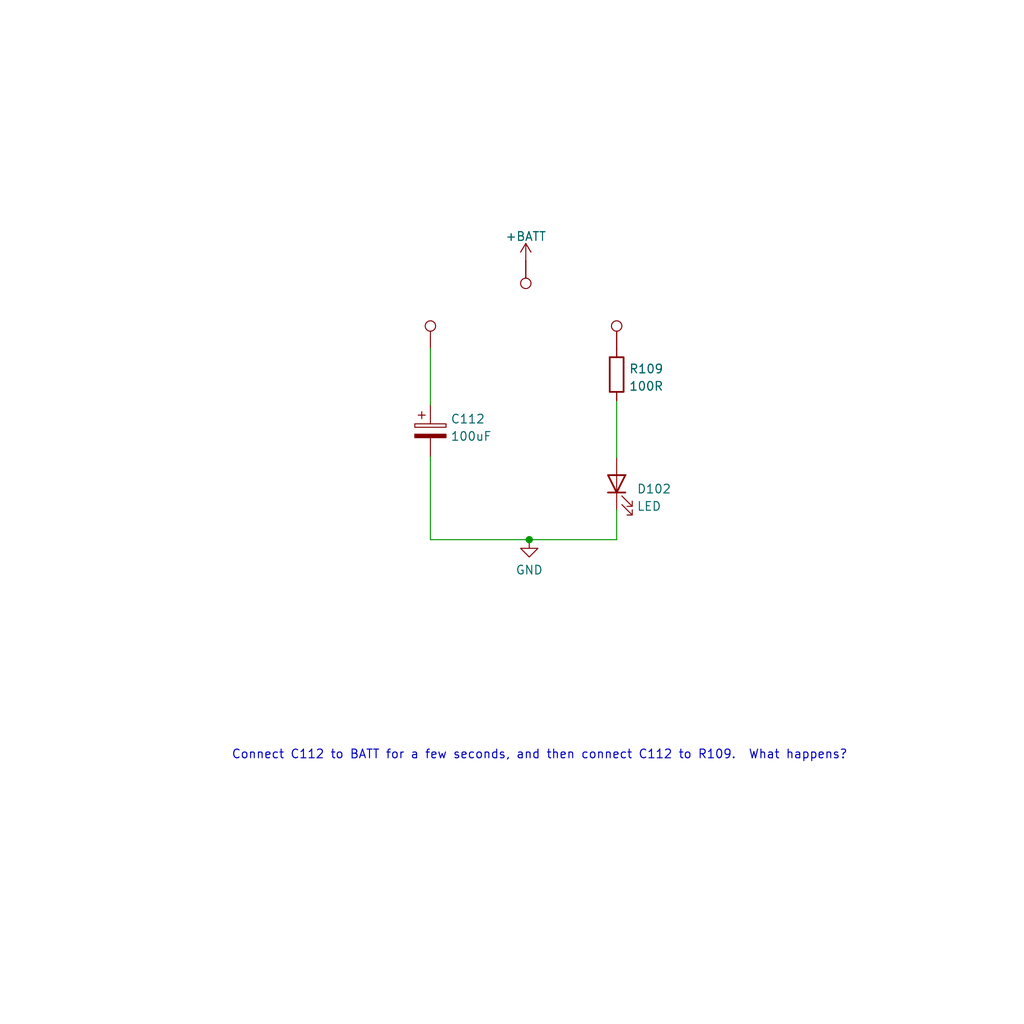
<source format=kicad_sch>
(kicad_sch (version 20211123) (generator eeschema)
  (paper "User" 150.012 150.012)
  (lib_symbols
    (symbol "Connector:TestPoint" (pin_numbers hide) (pin_names (offset 0.762) hide)
      (property "Reference" "TP" (at 0 6.858 0))
      (property "Value" "TestPoint" (at 0 5.08 0))
      (symbol "TestPoint_0_1"
        (circle (center 0 3.302) (radius 0.762))
      )
      (symbol "TestPoint_1_1"
        (pin passive line (at 0 0 90) (length 2.54) (name "1") (number "1"))
      )
    )
    (symbol "Device:C_Polarized" (pin_numbers hide) (pin_names (offset 0.254))
      (property "Reference" "C" (at 0.635 2.54 0))
      (property "Value" "C_Polarized" (at 0.635 -2.54 0))
      (symbol "C_Polarized_0_1"
        (rectangle (start -2.286 0.508) (end 2.286 1.016))
        (polyline (pts (xy -1.778 2.286) (xy -0.762 2.286)))
        (polyline (pts (xy -1.27 2.794) (xy -1.27 1.778)))
        (rectangle (start 2.286 -0.508) (end -2.286 -1.016) (fill (type outline)))
      )
      (symbol "C_Polarized_1_1"
        (pin passive line (at 0 3.81 270) (length 2.794) (name "~") (number "1"))
        (pin passive line (at 0 -3.81 90) (length 2.794) (name "~") (number "2"))
      )
    )
    (symbol "Device:LED" (pin_numbers hide) (pin_names (offset 1.016) hide)
      (property "Reference" "D" (at 0 2.54 0))
      (property "Value" "LED" (at 0 -2.54 0))
      (symbol "LED_0_1"
        (polyline (pts (xy -1.27 -1.27) (xy -1.27 1.27)) (stroke (width 0.254)))
        (polyline (pts (xy -1.27 0) (xy 1.27 0)))
        (polyline (pts (xy 1.27 -1.27) (xy 1.27 1.27) (xy -1.27 0) (xy 1.27 -1.27)) (stroke (width 0.254)))
        (polyline (pts (xy -3.048 -0.762) (xy -4.572 -2.286) (xy -3.81 -2.286) (xy -4.572 -2.286) (xy -4.572 -1.524)))
        (polyline (pts (xy -1.778 -0.762) (xy -3.302 -2.286) (xy -2.54 -2.286) (xy -3.302 -2.286) (xy -3.302 -1.524)))
      )
      (symbol "LED_1_1"
        (pin passive line (at -3.81 0 0) (length 2.54) (name "K") (number "1"))
        (pin passive line (at 3.81 0 180) (length 2.54) (name "A") (number "2"))
      )
    )
    (symbol "Device:R" (pin_numbers hide) (pin_names (offset 0))
      (property "Reference" "R" (at 2.032 0 90))
      (property "Value" "R" (at 0 0 90))
      (symbol "R_0_1"
        (rectangle (start -1.016 -2.54) (end 1.016 2.54) (stroke (width 0.254)))
      )
      (symbol "R_1_1"
        (pin passive line (at 0 3.81 270) (length 1.27) (name "~") (number "1"))
        (pin passive line (at 0 -3.81 90) (length 1.27) (name "~") (number "2"))
      )
    )
    (symbol "power:+BATT" (power) (pin_names (offset 0))
      (property "Value" "+BATT" (at 0 3.556 0))
      (symbol "+BATT_0_1"
        (polyline (pts (xy -0.762 1.27) (xy 0 2.54)))
        (polyline (pts (xy 0 0) (xy 0 2.54)))
        (polyline (pts (xy 0 2.54) (xy 0.762 1.27)))
      )
      (symbol "+BATT_1_1"
        (pin power_in line (at 0 0 90) (length 0) hide (name "+BATT") (number "1"))
      )
    )
    (symbol "power:GND" (power) (pin_names (offset 0))
      (property "Value" "GND" (at 0 -3.81 0))
      (symbol "GND_0_1"
        (polyline (pts (xy 0 0) (xy 0 -1.27) (xy 1.27 -1.27) (xy 0 -2.54) (xy -1.27 -1.27) (xy 0 -1.27)))
      )
      (symbol "GND_1_1"
        (pin power_in line (at 0 0 270) (length 0) hide (name "GND") (number "1"))
      )
    )
  )
  (junction (at 77.5208 79.0448))
  (wire (pts (xy 90.3224 74.676) (xy 90.3224 79.0448)))
  (wire (pts (xy 63.0428 51.054) (xy 63.0428 59.2836)))
  (wire (pts (xy 63.0428 79.0448) (xy 63.0428 66.9036)))
  (wire (pts (xy 90.3224 58.674) (xy 90.3224 67.056)))
  (wire (pts (xy 90.3224 79.0448) (xy 77.5208 79.0448)))
  (wire (pts (xy 77.5208 79.0448) (xy 63.0428 79.0448)))
  (text "Connect C112 to BATT for a few seconds, and then connect C112 to R109.  What happens?" (at 33.8836 111.4044 0) (effects (font (size 1.27 1.27)) (justify left bottom)))
  (symbol (lib_id "power:+BATT") (at 77.0128 38.2016 0) (unit 1)
    (property "Reference" "#PWR07" (effects hide))
    (property "Value" "+BATT" (at 77.0128 34.6258 0))
  )
  (symbol (lib_id "Device:LED") (at 90.3224 70.866 90) (unit 1)
    (property "Reference" "D102" (at 93.2434 71.6188 90) (effects (justify right)))
    (property "Value" "LED" (at 93.2434 74.1557 90) (effects (justify right)))
  )
  (symbol (lib_id "Connector:TestPoint") (at 90.3224 51.054 0) (unit 1) (in_bom no) (on_board no)
    (property "Reference" "TP3" (effects hide))
    (property "Value" "TestPoint" (effects hide))
  )
  (symbol (lib_id "Device:R") (at 90.3224 54.864 0) (unit 1)
    (property "Reference" "R109" (at 92.1004 54.0293 0) (effects (justify left)))
    (property "Value" "100R" (at 92.1004 56.5662 0) (effects (justify left)))
  )
  (symbol (lib_id "Connector:TestPoint") (at 77.0128 38.2016 180) (unit 1) (in_bom no) (on_board no)
    (property "Reference" "TP2" (effects hide))
    (property "Value" "TestPoint" (effects hide))
  )
  (symbol (lib_id "power:GND") (at 77.5208 79.0448 0) (unit 1)
    (property "Reference" "#PWR08" (effects hide))
    (property "Value" "GND" (at 77.5208 83.4882 0))
  )
  (symbol (lib_id "Connector:TestPoint") (at 63.0428 51.054 0) (unit 1) (in_bom no) (on_board no)
    (property "Reference" "TP1" (effects hide))
    (property "Value" "TestPoint" (effects hide))
  )
  (symbol (lib_id "Device:C_Polarized") (at 63.0428 63.0936 0) (unit 1)
    (property "Reference" "C112" (at 65.9638 61.3699 0) (effects (justify left)))
    (property "Value" "100uF" (at 65.9638 63.9068 0) (effects (justify left)))
  )
)
</source>
